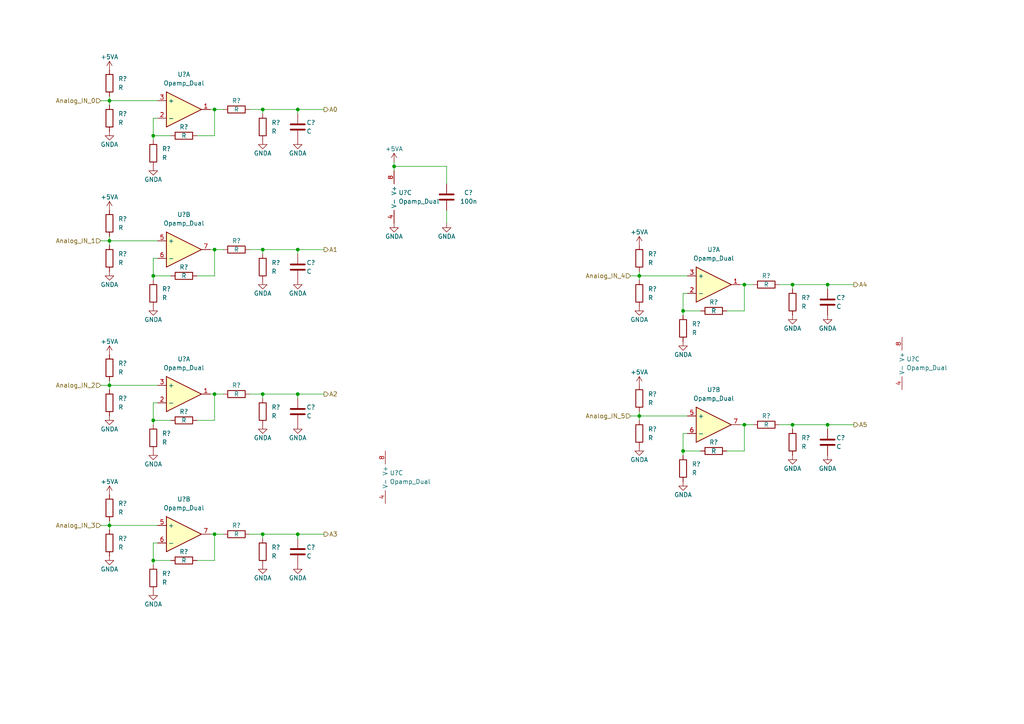
<source format=kicad_sch>
(kicad_sch (version 20211123) (generator eeschema)
  (paper "A4")
  (lib_symbols
    (symbol "Device:C" (pin_numbers hide) (pin_names (offset 0.254))
      (property "Reference" "C" (at 0.635 2.54 0))
      (property "Value" "C" (at 0.635 -2.54 0))
      (symbol "C_0_1"
        (polyline (pts (xy -2.032 -0.762) (xy 2.032 -0.762)) (stroke (width 0.508)))
        (polyline (pts (xy -2.032 0.762) (xy 2.032 0.762)) (stroke (width 0.508)))
      )
      (symbol "C_1_1"
        (pin passive line (at 0 3.81 270) (length 2.794) (name "~") (number "1"))
        (pin passive line (at 0 -3.81 90) (length 2.794) (name "~") (number "2"))
      )
    )
    (symbol "Device:Opamp_Dual"
      (property "Reference" "U" (at 0 5.08 0))
      (property "Value" "Opamp_Dual" (at 0 -5.08 0))
      (symbol "Opamp_Dual_1_1"
        (polyline (pts (xy -5.08 5.08) (xy 5.08 0) (xy -5.08 -5.08) (xy -5.08 5.08)) (stroke (width 0.254)) (fill (type background)))
        (pin output line (at 7.62 0 180) (length 2.54) (name "~") (number "1"))
        (pin input line (at -7.62 -2.54 0) (length 2.54) (name "-") (number "2"))
        (pin input line (at -7.62 2.54 0) (length 2.54) (name "+") (number "3"))
      )
      (symbol "Opamp_Dual_2_1"
        (polyline (pts (xy -5.08 5.08) (xy 5.08 0) (xy -5.08 -5.08) (xy -5.08 5.08)) (stroke (width 0.254)) (fill (type background)))
        (pin input line (at -7.62 2.54 0) (length 2.54) (name "+") (number "5"))
        (pin input line (at -7.62 -2.54 0) (length 2.54) (name "-") (number "6"))
        (pin output line (at 7.62 0 180) (length 2.54) (name "~") (number "7"))
      )
      (symbol "Opamp_Dual_3_1"
        (pin power_in line (at -2.54 -7.62 90) (length 3.81) (name "V-") (number "4"))
        (pin power_in line (at -2.54 7.62 270) (length 3.81) (name "V+") (number "8"))
      )
    )
    (symbol "Device:R" (pin_numbers hide) (pin_names (offset 0))
      (property "Reference" "R" (at 2.032 0 90))
      (property "Value" "R" (at 0 0 90))
      (symbol "R_0_1"
        (rectangle (start -1.016 -2.54) (end 1.016 2.54) (stroke (width 0.254)))
      )
      (symbol "R_1_1"
        (pin passive line (at 0 3.81 270) (length 1.27) (name "~") (number "1"))
        (pin passive line (at 0 -3.81 90) (length 1.27) (name "~") (number "2"))
      )
    )
    (symbol "power:+5VA" (power) (pin_names (offset 0))
      (property "Value" "+5VA" (at 0 3.556 0))
      (symbol "+5VA_0_1"
        (polyline (pts (xy -0.762 1.27) (xy 0 2.54)))
        (polyline (pts (xy 0 0) (xy 0 2.54)))
        (polyline (pts (xy 0 2.54) (xy 0.762 1.27)))
      )
      (symbol "+5VA_1_1"
        (pin power_in line (at 0 0 90) (length 0) hide (name "+5VA") (number "1"))
      )
    )
    (symbol "power:GNDA" (power) (pin_names (offset 0))
      (property "Value" "GNDA" (at 0 -3.81 0))
      (symbol "GNDA_0_1"
        (polyline (pts (xy 0 0) (xy 0 -1.27) (xy 1.27 -1.27) (xy 0 -2.54) (xy -1.27 -1.27) (xy 0 -1.27)))
      )
      (symbol "GNDA_1_1"
        (pin power_in line (at 0 0 270) (length 0) hide (name "GNDA") (number "1"))
      )
    )
  )
  (junction (at 198.12 90.17))
  (junction (at 44.45 162.56))
  (junction (at 229.87 123.19))
  (junction (at 86.36 114.3))
  (junction (at 31.75 152.4))
  (junction (at 31.75 29.21))
  (junction (at 240.03 123.19))
  (junction (at 76.2 114.3))
  (junction (at 86.36 154.94))
  (junction (at 185.42 80.01))
  (junction (at 62.23 154.94))
  (junction (at 76.2 31.75))
  (junction (at 198.12 130.81))
  (junction (at 114.3 48.26))
  (junction (at 215.9 123.19))
  (junction (at 44.45 39.37))
  (junction (at 62.23 31.75))
  (junction (at 31.75 69.85))
  (junction (at 76.2 72.39))
  (junction (at 31.75 111.76))
  (junction (at 44.45 80.01))
  (junction (at 62.23 114.3))
  (junction (at 86.36 31.75))
  (junction (at 44.45 121.92))
  (junction (at 240.03 82.55))
  (junction (at 185.42 120.65))
  (junction (at 229.87 82.55))
  (junction (at 76.2 154.94))
  (junction (at 62.23 72.39))
  (junction (at 86.36 72.39))
  (junction (at 215.9 82.55))
  (wire (pts (xy 185.42 80.01) (xy 185.42 81.28)))
  (wire (pts (xy 182.88 120.65) (xy 185.42 120.65)))
  (wire (pts (xy 29.21 152.4) (xy 31.75 152.4)))
  (wire (pts (xy 229.87 124.46) (xy 229.87 123.19)))
  (wire (pts (xy 86.36 114.3) (xy 93.98 114.3)))
  (wire (pts (xy 62.23 31.75) (xy 64.77 31.75)))
  (wire (pts (xy 86.36 72.39) (xy 86.36 73.66)))
  (wire (pts (xy 31.75 29.21) (xy 45.72 29.21)))
  (wire (pts (xy 210.82 90.17) (xy 215.9 90.17)))
  (wire (pts (xy 229.87 82.55) (xy 240.03 82.55)))
  (wire (pts (xy 198.12 130.81) (xy 198.12 132.08)))
  (wire (pts (xy 57.15 121.92) (xy 62.23 121.92)))
  (wire (pts (xy 62.23 154.94) (xy 64.77 154.94)))
  (wire (pts (xy 62.23 72.39) (xy 64.77 72.39)))
  (wire (pts (xy 185.42 78.74) (xy 185.42 80.01)))
  (wire (pts (xy 29.21 69.85) (xy 31.75 69.85)))
  (wire (pts (xy 86.36 154.94) (xy 93.98 154.94)))
  (wire (pts (xy 86.36 114.3) (xy 86.36 115.57)))
  (wire (pts (xy 210.82 130.81) (xy 215.9 130.81)))
  (wire (pts (xy 76.2 114.3) (xy 86.36 114.3)))
  (wire (pts (xy 44.45 162.56) (xy 44.45 157.48)))
  (wire (pts (xy 29.21 111.76) (xy 31.75 111.76)))
  (wire (pts (xy 240.03 82.55) (xy 247.65 82.55)))
  (wire (pts (xy 31.75 111.76) (xy 31.75 113.03)))
  (wire (pts (xy 198.12 90.17) (xy 198.12 91.44)))
  (wire (pts (xy 44.45 39.37) (xy 44.45 34.29)))
  (wire (pts (xy 44.45 116.84) (xy 45.72 116.84)))
  (wire (pts (xy 185.42 120.65) (xy 199.39 120.65)))
  (wire (pts (xy 203.2 130.81) (xy 198.12 130.81)))
  (wire (pts (xy 44.45 157.48) (xy 45.72 157.48)))
  (wire (pts (xy 44.45 74.93) (xy 45.72 74.93)))
  (wire (pts (xy 49.53 121.92) (xy 44.45 121.92)))
  (wire (pts (xy 229.87 123.19) (xy 240.03 123.19)))
  (wire (pts (xy 31.75 111.76) (xy 45.72 111.76)))
  (wire (pts (xy 214.63 123.19) (xy 215.9 123.19)))
  (wire (pts (xy 129.54 48.26) (xy 129.54 53.34)))
  (wire (pts (xy 62.23 162.56) (xy 62.23 154.94)))
  (wire (pts (xy 44.45 162.56) (xy 44.45 163.83)))
  (wire (pts (xy 62.23 39.37) (xy 62.23 31.75)))
  (wire (pts (xy 198.12 85.09) (xy 199.39 85.09)))
  (wire (pts (xy 185.42 120.65) (xy 185.42 121.92)))
  (wire (pts (xy 49.53 162.56) (xy 44.45 162.56)))
  (wire (pts (xy 215.9 90.17) (xy 215.9 82.55)))
  (wire (pts (xy 182.88 80.01) (xy 185.42 80.01)))
  (wire (pts (xy 49.53 80.01) (xy 44.45 80.01)))
  (wire (pts (xy 62.23 80.01) (xy 62.23 72.39)))
  (wire (pts (xy 31.75 27.94) (xy 31.75 29.21)))
  (wire (pts (xy 49.53 39.37) (xy 44.45 39.37)))
  (wire (pts (xy 60.96 154.94) (xy 62.23 154.94)))
  (wire (pts (xy 76.2 114.3) (xy 72.39 114.3)))
  (wire (pts (xy 86.36 31.75) (xy 93.98 31.75)))
  (wire (pts (xy 215.9 123.19) (xy 218.44 123.19)))
  (wire (pts (xy 62.23 114.3) (xy 64.77 114.3)))
  (wire (pts (xy 240.03 123.19) (xy 247.65 123.19)))
  (wire (pts (xy 185.42 119.38) (xy 185.42 120.65)))
  (wire (pts (xy 86.36 72.39) (xy 93.98 72.39)))
  (wire (pts (xy 44.45 80.01) (xy 44.45 74.93)))
  (wire (pts (xy 86.36 154.94) (xy 86.36 156.21)))
  (wire (pts (xy 60.96 72.39) (xy 62.23 72.39)))
  (wire (pts (xy 60.96 114.3) (xy 62.23 114.3)))
  (wire (pts (xy 76.2 115.57) (xy 76.2 114.3)))
  (wire (pts (xy 240.03 82.55) (xy 240.03 83.82)))
  (wire (pts (xy 229.87 82.55) (xy 226.06 82.55)))
  (wire (pts (xy 31.75 110.49) (xy 31.75 111.76)))
  (wire (pts (xy 31.75 69.85) (xy 31.75 71.12)))
  (wire (pts (xy 114.3 48.26) (xy 114.3 46.99)))
  (wire (pts (xy 198.12 130.81) (xy 198.12 125.73)))
  (wire (pts (xy 185.42 80.01) (xy 199.39 80.01)))
  (wire (pts (xy 44.45 80.01) (xy 44.45 81.28)))
  (wire (pts (xy 31.75 68.58) (xy 31.75 69.85)))
  (wire (pts (xy 29.21 29.21) (xy 31.75 29.21)))
  (wire (pts (xy 129.54 60.96) (xy 129.54 64.77)))
  (wire (pts (xy 114.3 49.53) (xy 114.3 48.26)))
  (wire (pts (xy 240.03 123.19) (xy 240.03 124.46)))
  (wire (pts (xy 60.96 31.75) (xy 62.23 31.75)))
  (wire (pts (xy 31.75 151.13) (xy 31.75 152.4)))
  (wire (pts (xy 76.2 33.02) (xy 76.2 31.75)))
  (wire (pts (xy 31.75 29.21) (xy 31.75 30.48)))
  (wire (pts (xy 62.23 121.92) (xy 62.23 114.3)))
  (wire (pts (xy 44.45 121.92) (xy 44.45 116.84)))
  (wire (pts (xy 76.2 156.21) (xy 76.2 154.94)))
  (wire (pts (xy 57.15 39.37) (xy 62.23 39.37)))
  (wire (pts (xy 76.2 31.75) (xy 86.36 31.75)))
  (wire (pts (xy 114.3 48.26) (xy 129.54 48.26)))
  (wire (pts (xy 31.75 69.85) (xy 45.72 69.85)))
  (wire (pts (xy 203.2 90.17) (xy 198.12 90.17)))
  (wire (pts (xy 198.12 125.73) (xy 199.39 125.73)))
  (wire (pts (xy 214.63 82.55) (xy 215.9 82.55)))
  (wire (pts (xy 76.2 31.75) (xy 72.39 31.75)))
  (wire (pts (xy 76.2 72.39) (xy 86.36 72.39)))
  (wire (pts (xy 44.45 34.29) (xy 45.72 34.29)))
  (wire (pts (xy 57.15 80.01) (xy 62.23 80.01)))
  (wire (pts (xy 76.2 154.94) (xy 72.39 154.94)))
  (wire (pts (xy 215.9 130.81) (xy 215.9 123.19)))
  (wire (pts (xy 76.2 73.66) (xy 76.2 72.39)))
  (wire (pts (xy 76.2 72.39) (xy 72.39 72.39)))
  (wire (pts (xy 229.87 123.19) (xy 226.06 123.19)))
  (wire (pts (xy 86.36 31.75) (xy 86.36 33.02)))
  (wire (pts (xy 44.45 121.92) (xy 44.45 123.19)))
  (wire (pts (xy 229.87 83.82) (xy 229.87 82.55)))
  (wire (pts (xy 198.12 90.17) (xy 198.12 85.09)))
  (wire (pts (xy 31.75 152.4) (xy 45.72 152.4)))
  (wire (pts (xy 44.45 39.37) (xy 44.45 40.64)))
  (wire (pts (xy 57.15 162.56) (xy 62.23 162.56)))
  (wire (pts (xy 215.9 82.55) (xy 218.44 82.55)))
  (wire (pts (xy 76.2 154.94) (xy 86.36 154.94)))
  (wire (pts (xy 31.75 152.4) (xy 31.75 153.67)))
  (hierarchical_label "Analog_IN_5" (shape input) (at 182.88 120.65 180))
  (hierarchical_label "A0" (shape output) (at 93.98 31.75 0))
  (hierarchical_label "A3" (shape output) (at 93.98 154.94 0))
  (hierarchical_label "Analog_IN_4" (shape input) (at 182.88 80.01 180))
  (hierarchical_label "A5" (shape output) (at 247.65 123.19 0))
  (hierarchical_label "Analog_IN_2" (shape input) (at 29.21 111.76 180))
  (hierarchical_label "Analog_IN_0" (shape input) (at 29.21 29.21 180))
  (hierarchical_label "A4" (shape output) (at 247.65 82.55 0))
  (hierarchical_label "Analog_IN_3" (shape input) (at 29.21 152.4 180))
  (hierarchical_label "Analog_IN_1" (shape input) (at 29.21 69.85 180))
  (hierarchical_label "A1" (shape output) (at 93.98 72.39 0))
  (hierarchical_label "A2" (shape output) (at 93.98 114.3 0))
  (symbol (lib_id "Device:R") (at 31.75 106.68 0) (unit 1)
    (property "Reference" "R?" (at 34.29 105.4099 0) (effects (justify left)))
    (property "Value" "R" (at 34.29 107.9499 0) (effects (justify left)))
    (property "Footprint" "Resistor_SMD:R_0603_1608Metric" (effects hide))
  )
  (symbol (lib_id "Device:R") (at 76.2 77.47 0) (unit 1)
    (property "Reference" "R?" (at 78.74 76.1999 0) (effects (justify left)))
    (property "Value" "R" (at 78.74 78.7399 0) (effects (justify left)))
    (property "Footprint" "Resistor_SMD:R_0603_1608Metric" (effects hide))
  )
  (symbol (lib_id "Device:R") (at 222.25 123.19 270) (unit 1)
    (property "Reference" "R?" (at 222.25 120.65 90))
    (property "Value" "R" (at 222.25 123.19 90))
    (property "Footprint" "Resistor_SMD:R_0603_1608Metric" (effects hide))
  )
  (symbol (lib_id "power:GNDA") (at 76.2 123.19 0) (unit 1)
    (property "Reference" "#PWR?" (effects hide))
    (property "Value" "GNDA" (at 76.2 127 0))
  )
  (symbol (lib_id "Device:R") (at 185.42 85.09 0) (unit 1)
    (property "Reference" "R?" (at 187.96 83.8199 0) (effects (justify left)))
    (property "Value" "R" (at 187.96 86.3599 0) (effects (justify left)))
    (property "Footprint" "Resistor_SMD:R_0603_1608Metric" (effects hide))
  )
  (symbol (lib_id "Device:C") (at 86.36 119.38 0) (unit 1)
    (property "Reference" "C?" (at 88.9 118.11 0) (effects (justify left)))
    (property "Value" "C" (at 88.9 120.65 0) (effects (justify left)))
    (property "Footprint" "Capacitor_SMD:C_0603_1608Metric" (effects hide))
  )
  (symbol (lib_id "power:GNDA") (at 76.2 40.64 0) (unit 1)
    (property "Reference" "#PWR?" (effects hide))
    (property "Value" "GNDA" (at 76.2 44.45 0))
  )
  (symbol (lib_id "power:GNDA") (at 198.12 139.7 0) (unit 1)
    (property "Reference" "#PWR?" (effects hide))
    (property "Value" "GNDA" (at 198.12 143.51 0))
  )
  (symbol (lib_id "Device:R") (at 31.75 147.32 0) (unit 1)
    (property "Reference" "R?" (at 34.29 146.0499 0) (effects (justify left)))
    (property "Value" "R" (at 34.29 148.5899 0) (effects (justify left)))
    (property "Footprint" "Resistor_SMD:R_0603_1608Metric" (effects hide))
  )
  (symbol (lib_id "Device:C") (at 129.54 57.15 180) (unit 1)
    (property "Reference" "C?" (at 137.16 55.88 0) (effects (justify left)))
    (property "Value" "100n" (at 138.43 58.42 0) (effects (justify left)))
    (property "Footprint" "Capacitor_SMD:C_0603_1608Metric" (effects hide))
  )
  (symbol (lib_id "power:+5VA") (at 31.75 20.32 0) (unit 1)
    (property "Reference" "#PWR?" (effects hide))
    (property "Value" "+5VA" (at 31.75 16.51 0))
  )
  (symbol (lib_id "power:GNDA") (at 185.42 129.54 0) (unit 1)
    (property "Reference" "#PWR?" (effects hide))
    (property "Value" "GNDA" (at 185.42 133.35 0))
  )
  (symbol (lib_id "Device:R") (at 198.12 95.25 0) (unit 1)
    (property "Reference" "R?" (at 200.66 93.9799 0) (effects (justify left)))
    (property "Value" "R" (at 200.66 96.5199 0) (effects (justify left)))
    (property "Footprint" "Resistor_SMD:R_0603_1608Metric" (effects hide))
  )
  (symbol (lib_id "power:+5VA") (at 185.42 71.12 0) (unit 1)
    (property "Reference" "#PWR?" (effects hide))
    (property "Value" "+5VA" (at 185.42 67.31 0))
  )
  (symbol (lib_id "power:GNDA") (at 86.36 123.19 0) (unit 1)
    (property "Reference" "#PWR?" (effects hide))
    (property "Value" "GNDA" (at 86.36 127 0))
  )
  (symbol (lib_id "Device:R") (at 185.42 125.73 0) (unit 1)
    (property "Reference" "R?" (at 187.96 124.4599 0) (effects (justify left)))
    (property "Value" "R" (at 187.96 126.9999 0) (effects (justify left)))
    (property "Footprint" "Resistor_SMD:R_0603_1608Metric" (effects hide))
  )
  (symbol (lib_id "Device:R") (at 53.34 121.92 270) (unit 1)
    (property "Reference" "R?" (at 53.34 119.38 90))
    (property "Value" "R" (at 53.34 121.92 90))
    (property "Footprint" "Resistor_SMD:R_0603_1608Metric" (effects hide))
  )
  (symbol (lib_id "Device:R") (at 76.2 119.38 0) (unit 1)
    (property "Reference" "R?" (at 78.74 118.1099 0) (effects (justify left)))
    (property "Value" "R" (at 78.74 120.6499 0) (effects (justify left)))
    (property "Footprint" "Resistor_SMD:R_0603_1608Metric" (effects hide))
  )
  (symbol (lib_id "power:GNDA") (at 31.75 78.74 0) (unit 1)
    (property "Reference" "#PWR?" (effects hide))
    (property "Value" "GNDA" (at 31.75 82.55 0))
  )
  (symbol (lib_id "power:GNDA") (at 44.45 88.9 0) (unit 1)
    (property "Reference" "#PWR?" (effects hide))
    (property "Value" "GNDA" (at 44.45 92.71 0))
  )
  (symbol (lib_id "Device:Opamp_Dual") (at 207.01 82.55 0) (unit 1)
    (property "Reference" "U?" (at 207.01 72.39 0))
    (property "Value" "Opamp_Dual" (at 207.01 74.93 0))
  )
  (symbol (lib_id "Device:C") (at 240.03 128.27 0) (unit 1)
    (property "Reference" "C?" (at 242.57 127 0) (effects (justify left)))
    (property "Value" "C" (at 242.57 129.54 0) (effects (justify left)))
    (property "Footprint" "Capacitor_SMD:C_0603_1608Metric" (effects hide))
  )
  (symbol (lib_id "Device:C") (at 86.36 160.02 0) (unit 1)
    (property "Reference" "C?" (at 88.9 158.75 0) (effects (justify left)))
    (property "Value" "C" (at 88.9 161.29 0) (effects (justify left)))
    (property "Footprint" "Capacitor_SMD:C_0603_1608Metric" (effects hide))
  )
  (symbol (lib_id "Device:R") (at 185.42 115.57 0) (unit 1)
    (property "Reference" "R?" (at 187.96 114.2999 0) (effects (justify left)))
    (property "Value" "R" (at 187.96 116.8399 0) (effects (justify left)))
    (property "Footprint" "Resistor_SMD:R_0603_1608Metric" (effects hide))
  )
  (symbol (lib_id "power:GNDA") (at 44.45 171.45 0) (unit 1)
    (property "Reference" "#PWR?" (effects hide))
    (property "Value" "GNDA" (at 44.45 175.26 0))
  )
  (symbol (lib_id "Device:R") (at 185.42 74.93 0) (unit 1)
    (property "Reference" "R?" (at 187.96 73.6599 0) (effects (justify left)))
    (property "Value" "R" (at 187.96 76.1999 0) (effects (justify left)))
    (property "Footprint" "Resistor_SMD:R_0603_1608Metric" (effects hide))
  )
  (symbol (lib_id "Device:C") (at 86.36 77.47 0) (unit 1)
    (property "Reference" "C?" (at 88.9 76.2 0) (effects (justify left)))
    (property "Value" "C" (at 88.9 78.74 0) (effects (justify left)))
    (property "Footprint" "Capacitor_SMD:C_0603_1608Metric" (effects hide))
  )
  (symbol (lib_id "Device:R") (at 68.58 154.94 270) (unit 1)
    (property "Reference" "R?" (at 68.58 152.4 90))
    (property "Value" "R" (at 68.58 154.94 90))
    (property "Footprint" "Resistor_SMD:R_0603_1608Metric" (effects hide))
  )
  (symbol (lib_id "Device:Opamp_Dual") (at 53.34 154.94 0) (unit 2)
    (property "Reference" "U?" (at 53.34 144.78 0))
    (property "Value" "Opamp_Dual" (at 53.34 147.32 0))
  )
  (symbol (lib_id "Device:R") (at 68.58 114.3 270) (unit 1)
    (property "Reference" "R?" (at 68.58 111.76 90))
    (property "Value" "R" (at 68.58 114.3 90))
    (property "Footprint" "Resistor_SMD:R_0603_1608Metric" (effects hide))
  )
  (symbol (lib_id "Device:R") (at 229.87 128.27 0) (unit 1)
    (property "Reference" "R?" (at 232.41 126.9999 0) (effects (justify left)))
    (property "Value" "R" (at 232.41 129.5399 0) (effects (justify left)))
    (property "Footprint" "Resistor_SMD:R_0603_1608Metric" (effects hide))
  )
  (symbol (lib_id "power:+5VA") (at 31.75 143.51 0) (unit 1)
    (property "Reference" "#PWR?" (effects hide))
    (property "Value" "+5VA" (at 31.75 139.7 0))
  )
  (symbol (lib_id "power:GNDA") (at 86.36 81.28 0) (unit 1)
    (property "Reference" "#PWR?" (effects hide))
    (property "Value" "GNDA" (at 86.36 85.09 0))
  )
  (symbol (lib_id "power:GNDA") (at 76.2 81.28 0) (unit 1)
    (property "Reference" "#PWR?" (effects hide))
    (property "Value" "GNDA" (at 76.2 85.09 0))
  )
  (symbol (lib_id "power:GNDA") (at 229.87 91.44 0) (unit 1)
    (property "Reference" "#PWR?" (effects hide))
    (property "Value" "GNDA" (at 229.87 95.25 0))
  )
  (symbol (lib_id "power:+5VA") (at 185.42 111.76 0) (unit 1)
    (property "Reference" "#PWR?" (effects hide))
    (property "Value" "+5VA" (at 185.42 107.95 0))
  )
  (symbol (lib_id "Device:R") (at 53.34 39.37 270) (unit 1)
    (property "Reference" "R?" (at 53.34 36.83 90))
    (property "Value" "R" (at 53.34 39.37 90))
    (property "Footprint" "Resistor_SMD:R_0603_1608Metric" (effects hide))
  )
  (symbol (lib_id "power:GNDA") (at 240.03 91.44 0) (unit 1)
    (property "Reference" "#PWR?" (effects hide))
    (property "Value" "GNDA" (at 240.03 95.25 0))
  )
  (symbol (lib_id "power:GNDA") (at 240.03 132.08 0) (unit 1)
    (property "Reference" "#PWR?" (effects hide))
    (property "Value" "GNDA" (at 240.03 135.89 0))
  )
  (symbol (lib_id "Device:R") (at 31.75 64.77 0) (unit 1)
    (property "Reference" "R?" (at 34.29 63.4999 0) (effects (justify left)))
    (property "Value" "R" (at 34.29 66.0399 0) (effects (justify left)))
    (property "Footprint" "Resistor_SMD:R_0603_1608Metric" (effects hide))
  )
  (symbol (lib_id "power:GNDA") (at 31.75 120.65 0) (unit 1)
    (property "Reference" "#PWR?" (effects hide))
    (property "Value" "GNDA" (at 31.75 124.46 0))
  )
  (symbol (lib_id "power:GNDA") (at 198.12 99.06 0) (unit 1)
    (property "Reference" "#PWR?" (effects hide))
    (property "Value" "GNDA" (at 198.12 102.87 0))
  )
  (symbol (lib_id "Device:Opamp_Dual") (at 114.3 138.43 0) (unit 3)
    (property "Reference" "U?" (at 113.03 137.1599 0) (effects (justify left)))
    (property "Value" "Opamp_Dual" (at 113.03 139.6999 0) (effects (justify left)))
  )
  (symbol (lib_id "power:+5VA") (at 31.75 60.96 0) (unit 1)
    (property "Reference" "#PWR?" (effects hide))
    (property "Value" "+5VA" (at 31.75 57.15 0))
  )
  (symbol (lib_id "power:GNDA") (at 114.3 64.77 0) (unit 1)
    (property "Reference" "#PWR?" (effects hide))
    (property "Value" "GNDA" (at 114.3 68.58 0))
  )
  (symbol (lib_id "Device:C") (at 86.36 36.83 0) (unit 1)
    (property "Reference" "C?" (at 88.9 35.56 0) (effects (justify left)))
    (property "Value" "C" (at 88.9 38.1 0) (effects (justify left)))
    (property "Footprint" "Capacitor_SMD:C_0603_1608Metric" (effects hide))
  )
  (symbol (lib_id "power:GNDA") (at 129.54 64.77 0) (unit 1)
    (property "Reference" "#PWR?" (effects hide))
    (property "Value" "GNDA" (at 129.54 68.58 0))
  )
  (symbol (lib_id "power:GNDA") (at 86.36 163.83 0) (unit 1)
    (property "Reference" "#PWR?" (effects hide))
    (property "Value" "GNDA" (at 86.36 167.64 0))
  )
  (symbol (lib_id "Device:C") (at 240.03 87.63 0) (unit 1)
    (property "Reference" "C?" (at 242.57 86.36 0) (effects (justify left)))
    (property "Value" "C" (at 242.57 88.9 0) (effects (justify left)))
    (property "Footprint" "Capacitor_SMD:C_0603_1608Metric" (effects hide))
  )
  (symbol (lib_id "Device:R") (at 44.45 44.45 0) (unit 1)
    (property "Reference" "R?" (at 46.99 43.1799 0) (effects (justify left)))
    (property "Value" "R" (at 46.99 45.7199 0) (effects (justify left)))
    (property "Footprint" "Resistor_SMD:R_0603_1608Metric" (effects hide))
  )
  (symbol (lib_id "Device:R") (at 68.58 31.75 270) (unit 1)
    (property "Reference" "R?" (at 68.58 29.21 90))
    (property "Value" "R" (at 68.58 31.75 90))
    (property "Footprint" "Resistor_SMD:R_0603_1608Metric" (effects hide))
  )
  (symbol (lib_id "power:GNDA") (at 44.45 48.26 0) (unit 1)
    (property "Reference" "#PWR?" (effects hide))
    (property "Value" "GNDA" (at 44.45 52.07 0))
  )
  (symbol (lib_id "Device:Opamp_Dual") (at 53.34 72.39 0) (unit 2)
    (property "Reference" "U?" (at 53.34 62.23 0))
    (property "Value" "Opamp_Dual" (at 53.34 64.77 0))
  )
  (symbol (lib_id "Device:R") (at 76.2 160.02 0) (unit 1)
    (property "Reference" "R?" (at 78.74 158.7499 0) (effects (justify left)))
    (property "Value" "R" (at 78.74 161.2899 0) (effects (justify left)))
    (property "Footprint" "Resistor_SMD:R_0603_1608Metric" (effects hide))
  )
  (symbol (lib_id "Device:R") (at 31.75 24.13 0) (unit 1)
    (property "Reference" "R?" (at 34.29 22.8599 0) (effects (justify left)))
    (property "Value" "R" (at 34.29 25.3999 0) (effects (justify left)))
    (property "Footprint" "Resistor_SMD:R_0603_1608Metric" (effects hide))
  )
  (symbol (lib_id "Device:R") (at 76.2 36.83 0) (unit 1)
    (property "Reference" "R?" (at 78.74 35.5599 0) (effects (justify left)))
    (property "Value" "R" (at 78.74 38.0999 0) (effects (justify left)))
    (property "Footprint" "Resistor_SMD:R_0603_1608Metric" (effects hide))
  )
  (symbol (lib_id "Device:R") (at 44.45 167.64 0) (unit 1)
    (property "Reference" "R?" (at 46.99 166.3699 0) (effects (justify left)))
    (property "Value" "R" (at 46.99 168.9099 0) (effects (justify left)))
    (property "Footprint" "Resistor_SMD:R_0603_1608Metric" (effects hide))
  )
  (symbol (lib_id "power:GNDA") (at 76.2 163.83 0) (unit 1)
    (property "Reference" "#PWR?" (effects hide))
    (property "Value" "GNDA" (at 76.2 167.64 0))
  )
  (symbol (lib_id "Device:R") (at 44.45 85.09 0) (unit 1)
    (property "Reference" "R?" (at 46.99 83.8199 0) (effects (justify left)))
    (property "Value" "R" (at 46.99 86.3599 0) (effects (justify left)))
    (property "Footprint" "Resistor_SMD:R_0603_1608Metric" (effects hide))
  )
  (symbol (lib_id "Device:R") (at 222.25 82.55 270) (unit 1)
    (property "Reference" "R?" (at 222.25 80.01 90))
    (property "Value" "R" (at 222.25 82.55 90))
    (property "Footprint" "Resistor_SMD:R_0603_1608Metric" (effects hide))
  )
  (symbol (lib_id "Device:Opamp_Dual") (at 207.01 123.19 0) (unit 2)
    (property "Reference" "U?" (at 207.01 113.03 0))
    (property "Value" "Opamp_Dual" (at 207.01 115.57 0))
  )
  (symbol (lib_id "Device:R") (at 31.75 74.93 0) (unit 1)
    (property "Reference" "R?" (at 34.29 73.6599 0) (effects (justify left)))
    (property "Value" "R" (at 34.29 76.1999 0) (effects (justify left)))
    (property "Footprint" "Resistor_SMD:R_0603_1608Metric" (effects hide))
  )
  (symbol (lib_id "Device:R") (at 44.45 127 0) (unit 1)
    (property "Reference" "R?" (at 46.99 125.7299 0) (effects (justify left)))
    (property "Value" "R" (at 46.99 128.2699 0) (effects (justify left)))
    (property "Footprint" "Resistor_SMD:R_0603_1608Metric" (effects hide))
  )
  (symbol (lib_id "Device:R") (at 31.75 34.29 0) (unit 1)
    (property "Reference" "R?" (at 34.29 33.0199 0) (effects (justify left)))
    (property "Value" "R" (at 34.29 35.5599 0) (effects (justify left)))
    (property "Footprint" "Resistor_SMD:R_0603_1608Metric" (effects hide))
  )
  (symbol (lib_id "Device:R") (at 53.34 80.01 270) (unit 1)
    (property "Reference" "R?" (at 53.34 77.47 90))
    (property "Value" "R" (at 53.34 80.01 90))
    (property "Footprint" "Resistor_SMD:R_0603_1608Metric" (effects hide))
  )
  (symbol (lib_id "Device:R") (at 229.87 87.63 0) (unit 1)
    (property "Reference" "R?" (at 232.41 86.3599 0) (effects (justify left)))
    (property "Value" "R" (at 232.41 88.8999 0) (effects (justify left)))
    (property "Footprint" "Resistor_SMD:R_0603_1608Metric" (effects hide))
  )
  (symbol (lib_id "Device:R") (at 31.75 157.48 0) (unit 1)
    (property "Reference" "R?" (at 34.29 156.2099 0) (effects (justify left)))
    (property "Value" "R" (at 34.29 158.7499 0) (effects (justify left)))
    (property "Footprint" "Resistor_SMD:R_0603_1608Metric" (effects hide))
  )
  (symbol (lib_id "power:GNDA") (at 44.45 130.81 0) (unit 1)
    (property "Reference" "#PWR?" (effects hide))
    (property "Value" "GNDA" (at 44.45 134.62 0))
  )
  (symbol (lib_id "Device:R") (at 68.58 72.39 270) (unit 1)
    (property "Reference" "R?" (at 68.58 69.85 90))
    (property "Value" "R" (at 68.58 72.39 90))
    (property "Footprint" "Resistor_SMD:R_0603_1608Metric" (effects hide))
  )
  (symbol (lib_id "Device:Opamp_Dual") (at 116.84 57.15 0) (unit 3)
    (property "Reference" "U?" (at 115.57 55.8799 0) (effects (justify left)))
    (property "Value" "Opamp_Dual" (at 115.57 58.4199 0) (effects (justify left)))
  )
  (symbol (lib_id "Device:R") (at 207.01 90.17 270) (unit 1)
    (property "Reference" "R?" (at 207.01 87.63 90))
    (property "Value" "R" (at 207.01 90.17 90))
    (property "Footprint" "Resistor_SMD:R_0603_1608Metric" (effects hide))
  )
  (symbol (lib_id "Device:Opamp_Dual") (at 53.34 114.3 0) (unit 1)
    (property "Reference" "U?" (at 53.34 104.14 0))
    (property "Value" "Opamp_Dual" (at 53.34 106.68 0))
  )
  (symbol (lib_id "Device:R") (at 198.12 135.89 0) (unit 1)
    (property "Reference" "R?" (at 200.66 134.6199 0) (effects (justify left)))
    (property "Value" "R" (at 200.66 137.1599 0) (effects (justify left)))
    (property "Footprint" "Resistor_SMD:R_0603_1608Metric" (effects hide))
  )
  (symbol (lib_id "Device:R") (at 207.01 130.81 270) (unit 1)
    (property "Reference" "R?" (at 207.01 128.27 90))
    (property "Value" "R" (at 207.01 130.81 90))
    (property "Footprint" "Resistor_SMD:R_0603_1608Metric" (effects hide))
  )
  (symbol (lib_id "power:+5VA") (at 31.75 102.87 0) (unit 1)
    (property "Reference" "#PWR?" (effects hide))
    (property "Value" "+5VA" (at 31.75 99.06 0))
  )
  (symbol (lib_id "power:GNDA") (at 31.75 38.1 0) (unit 1)
    (property "Reference" "#PWR?" (effects hide))
    (property "Value" "GNDA" (at 31.75 41.91 0))
  )
  (symbol (lib_id "power:GNDA") (at 31.75 161.29 0) (unit 1)
    (property "Reference" "#PWR?" (effects hide))
    (property "Value" "GNDA" (at 31.75 165.1 0))
  )
  (symbol (lib_id "Device:Opamp_Dual") (at 53.34 31.75 0) (unit 1)
    (property "Reference" "U?" (at 53.34 21.59 0))
    (property "Value" "Opamp_Dual" (at 53.34 24.13 0))
  )
  (symbol (lib_id "Device:R") (at 31.75 116.84 0) (unit 1)
    (property "Reference" "R?" (at 34.29 115.5699 0) (effects (justify left)))
    (property "Value" "R" (at 34.29 118.1099 0) (effects (justify left)))
    (property "Footprint" "Resistor_SMD:R_0603_1608Metric" (effects hide))
  )
  (symbol (lib_id "Device:Opamp_Dual") (at 264.16 105.41 0) (unit 3)
    (property "Reference" "U?" (at 262.89 104.1399 0) (effects (justify left)))
    (property "Value" "Opamp_Dual" (at 262.89 106.6799 0) (effects (justify left)))
  )
  (symbol (lib_id "power:+5VA") (at 114.3 46.99 0) (unit 1)
    (property "Reference" "#PWR?" (effects hide))
    (property "Value" "+5VA" (at 114.3 43.18 0))
  )
  (symbol (lib_id "power:GNDA") (at 229.87 132.08 0) (unit 1)
    (property "Reference" "#PWR?" (effects hide))
    (property "Value" "GNDA" (at 229.87 135.89 0))
  )
  (symbol (lib_id "Device:R") (at 53.34 162.56 270) (unit 1)
    (property "Reference" "R?" (at 53.34 160.02 90))
    (property "Value" "R" (at 53.34 162.56 90))
    (property "Footprint" "Resistor_SMD:R_0603_1608Metric" (effects hide))
  )
  (symbol (lib_id "power:GNDA") (at 185.42 88.9 0) (unit 1)
    (property "Reference" "#PWR?" (effects hide))
    (property "Value" "GNDA" (at 185.42 92.71 0))
  )
  (symbol (lib_id "power:GNDA") (at 86.36 40.64 0) (unit 1)
    (property "Reference" "#PWR?" (effects hide))
    (property "Value" "GNDA" (at 86.36 44.45 0))
  )
)
</source>
